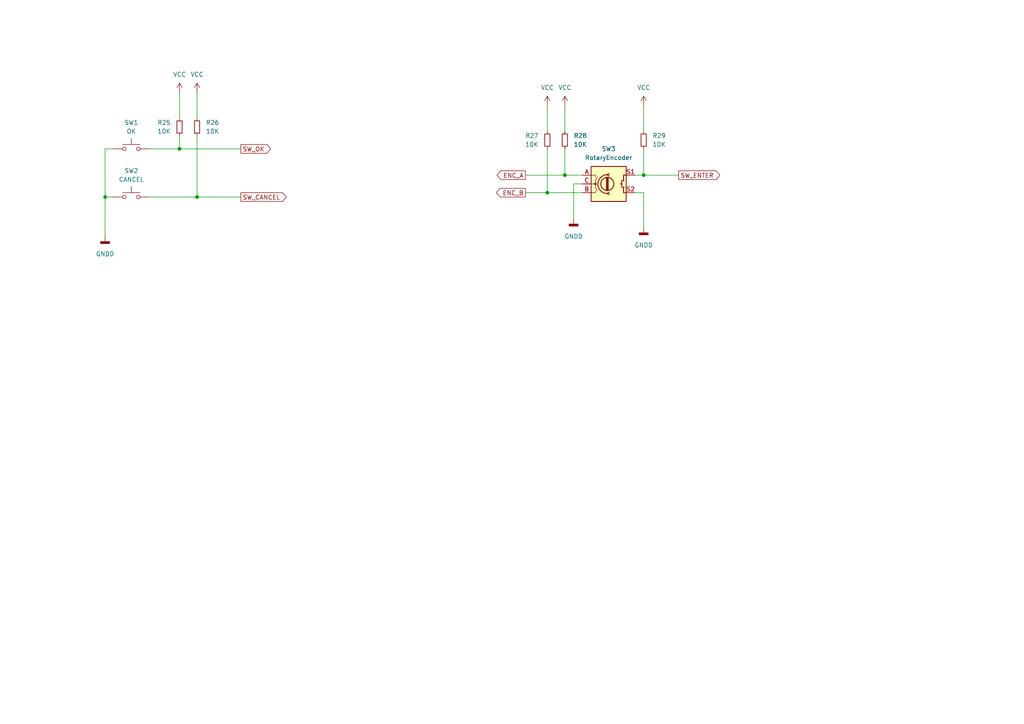
<source format=kicad_sch>
(kicad_sch
	(version 20250114)
	(generator "eeschema")
	(generator_version "9.0")
	(uuid "bac501b0-1d8b-4d84-a9b7-df348e5588fc")
	(paper "A4")
	(lib_symbols
		(symbol "Device:R_Small"
			(pin_numbers
				(hide yes)
			)
			(pin_names
				(offset 0.254)
				(hide yes)
			)
			(exclude_from_sim no)
			(in_bom yes)
			(on_board yes)
			(property "Reference" "R"
				(at 0 0 90)
				(effects
					(font
						(size 1.016 1.016)
					)
				)
			)
			(property "Value" "R_Small"
				(at 1.778 0 90)
				(effects
					(font
						(size 1.27 1.27)
					)
				)
			)
			(property "Footprint" ""
				(at 0 0 0)
				(effects
					(font
						(size 1.27 1.27)
					)
					(hide yes)
				)
			)
			(property "Datasheet" "~"
				(at 0 0 0)
				(effects
					(font
						(size 1.27 1.27)
					)
					(hide yes)
				)
			)
			(property "Description" "Resistor, small symbol"
				(at 0 0 0)
				(effects
					(font
						(size 1.27 1.27)
					)
					(hide yes)
				)
			)
			(property "ki_keywords" "R resistor"
				(at 0 0 0)
				(effects
					(font
						(size 1.27 1.27)
					)
					(hide yes)
				)
			)
			(property "ki_fp_filters" "R_*"
				(at 0 0 0)
				(effects
					(font
						(size 1.27 1.27)
					)
					(hide yes)
				)
			)
			(symbol "R_Small_0_1"
				(rectangle
					(start -0.762 1.778)
					(end 0.762 -1.778)
					(stroke
						(width 0.2032)
						(type default)
					)
					(fill
						(type none)
					)
				)
			)
			(symbol "R_Small_1_1"
				(pin passive line
					(at 0 2.54 270)
					(length 0.762)
					(name "~"
						(effects
							(font
								(size 1.27 1.27)
							)
						)
					)
					(number "1"
						(effects
							(font
								(size 1.27 1.27)
							)
						)
					)
				)
				(pin passive line
					(at 0 -2.54 90)
					(length 0.762)
					(name "~"
						(effects
							(font
								(size 1.27 1.27)
							)
						)
					)
					(number "2"
						(effects
							(font
								(size 1.27 1.27)
							)
						)
					)
				)
			)
			(embedded_fonts no)
		)
		(symbol "Device:RotaryEncoder_Switch"
			(pin_names
				(offset 0.254)
				(hide yes)
			)
			(exclude_from_sim no)
			(in_bom yes)
			(on_board yes)
			(property "Reference" "SW"
				(at 0 6.604 0)
				(effects
					(font
						(size 1.27 1.27)
					)
				)
			)
			(property "Value" "RotaryEncoder_Switch"
				(at 0 -6.604 0)
				(effects
					(font
						(size 1.27 1.27)
					)
				)
			)
			(property "Footprint" ""
				(at -3.81 4.064 0)
				(effects
					(font
						(size 1.27 1.27)
					)
					(hide yes)
				)
			)
			(property "Datasheet" "~"
				(at 0 6.604 0)
				(effects
					(font
						(size 1.27 1.27)
					)
					(hide yes)
				)
			)
			(property "Description" "Rotary encoder, dual channel, incremental quadrate outputs, with switch"
				(at 0 0 0)
				(effects
					(font
						(size 1.27 1.27)
					)
					(hide yes)
				)
			)
			(property "ki_keywords" "rotary switch encoder switch push button"
				(at 0 0 0)
				(effects
					(font
						(size 1.27 1.27)
					)
					(hide yes)
				)
			)
			(property "ki_fp_filters" "RotaryEncoder*Switch*"
				(at 0 0 0)
				(effects
					(font
						(size 1.27 1.27)
					)
					(hide yes)
				)
			)
			(symbol "RotaryEncoder_Switch_0_1"
				(rectangle
					(start -5.08 5.08)
					(end 5.08 -5.08)
					(stroke
						(width 0.254)
						(type default)
					)
					(fill
						(type background)
					)
				)
				(polyline
					(pts
						(xy -5.08 2.54) (xy -3.81 2.54) (xy -3.81 2.032)
					)
					(stroke
						(width 0)
						(type default)
					)
					(fill
						(type none)
					)
				)
				(polyline
					(pts
						(xy -5.08 0) (xy -3.81 0) (xy -3.81 -1.016) (xy -3.302 -2.032)
					)
					(stroke
						(width 0)
						(type default)
					)
					(fill
						(type none)
					)
				)
				(polyline
					(pts
						(xy -5.08 -2.54) (xy -3.81 -2.54) (xy -3.81 -2.032)
					)
					(stroke
						(width 0)
						(type default)
					)
					(fill
						(type none)
					)
				)
				(polyline
					(pts
						(xy -4.318 0) (xy -3.81 0) (xy -3.81 1.016) (xy -3.302 2.032)
					)
					(stroke
						(width 0)
						(type default)
					)
					(fill
						(type none)
					)
				)
				(circle
					(center -3.81 0)
					(radius 0.254)
					(stroke
						(width 0)
						(type default)
					)
					(fill
						(type outline)
					)
				)
				(polyline
					(pts
						(xy -0.635 -1.778) (xy -0.635 1.778)
					)
					(stroke
						(width 0.254)
						(type default)
					)
					(fill
						(type none)
					)
				)
				(circle
					(center -0.381 0)
					(radius 1.905)
					(stroke
						(width 0.254)
						(type default)
					)
					(fill
						(type none)
					)
				)
				(polyline
					(pts
						(xy -0.381 -1.778) (xy -0.381 1.778)
					)
					(stroke
						(width 0.254)
						(type default)
					)
					(fill
						(type none)
					)
				)
				(arc
					(start -0.381 -2.794)
					(mid -3.0988 -0.0635)
					(end -0.381 2.667)
					(stroke
						(width 0.254)
						(type default)
					)
					(fill
						(type none)
					)
				)
				(polyline
					(pts
						(xy -0.127 1.778) (xy -0.127 -1.778)
					)
					(stroke
						(width 0.254)
						(type default)
					)
					(fill
						(type none)
					)
				)
				(polyline
					(pts
						(xy 0.254 2.921) (xy -0.508 2.667) (xy 0.127 2.286)
					)
					(stroke
						(width 0.254)
						(type default)
					)
					(fill
						(type none)
					)
				)
				(polyline
					(pts
						(xy 0.254 -3.048) (xy -0.508 -2.794) (xy 0.127 -2.413)
					)
					(stroke
						(width 0.254)
						(type default)
					)
					(fill
						(type none)
					)
				)
				(polyline
					(pts
						(xy 3.81 1.016) (xy 3.81 -1.016)
					)
					(stroke
						(width 0.254)
						(type default)
					)
					(fill
						(type none)
					)
				)
				(polyline
					(pts
						(xy 3.81 0) (xy 3.429 0)
					)
					(stroke
						(width 0.254)
						(type default)
					)
					(fill
						(type none)
					)
				)
				(circle
					(center 4.318 1.016)
					(radius 0.127)
					(stroke
						(width 0.254)
						(type default)
					)
					(fill
						(type none)
					)
				)
				(circle
					(center 4.318 -1.016)
					(radius 0.127)
					(stroke
						(width 0.254)
						(type default)
					)
					(fill
						(type none)
					)
				)
				(polyline
					(pts
						(xy 5.08 2.54) (xy 4.318 2.54) (xy 4.318 1.016)
					)
					(stroke
						(width 0.254)
						(type default)
					)
					(fill
						(type none)
					)
				)
				(polyline
					(pts
						(xy 5.08 -2.54) (xy 4.318 -2.54) (xy 4.318 -1.016)
					)
					(stroke
						(width 0.254)
						(type default)
					)
					(fill
						(type none)
					)
				)
			)
			(symbol "RotaryEncoder_Switch_1_1"
				(pin passive line
					(at -7.62 2.54 0)
					(length 2.54)
					(name "A"
						(effects
							(font
								(size 1.27 1.27)
							)
						)
					)
					(number "A"
						(effects
							(font
								(size 1.27 1.27)
							)
						)
					)
				)
				(pin passive line
					(at -7.62 0 0)
					(length 2.54)
					(name "C"
						(effects
							(font
								(size 1.27 1.27)
							)
						)
					)
					(number "C"
						(effects
							(font
								(size 1.27 1.27)
							)
						)
					)
				)
				(pin passive line
					(at -7.62 -2.54 0)
					(length 2.54)
					(name "B"
						(effects
							(font
								(size 1.27 1.27)
							)
						)
					)
					(number "B"
						(effects
							(font
								(size 1.27 1.27)
							)
						)
					)
				)
				(pin passive line
					(at 7.62 2.54 180)
					(length 2.54)
					(name "S1"
						(effects
							(font
								(size 1.27 1.27)
							)
						)
					)
					(number "S1"
						(effects
							(font
								(size 1.27 1.27)
							)
						)
					)
				)
				(pin passive line
					(at 7.62 -2.54 180)
					(length 2.54)
					(name "S2"
						(effects
							(font
								(size 1.27 1.27)
							)
						)
					)
					(number "S2"
						(effects
							(font
								(size 1.27 1.27)
							)
						)
					)
				)
			)
			(embedded_fonts no)
		)
		(symbol "Switch:SW_Push"
			(pin_numbers
				(hide yes)
			)
			(pin_names
				(offset 1.016)
				(hide yes)
			)
			(exclude_from_sim no)
			(in_bom yes)
			(on_board yes)
			(property "Reference" "SW"
				(at 1.27 2.54 0)
				(effects
					(font
						(size 1.27 1.27)
					)
					(justify left)
				)
			)
			(property "Value" "SW_Push"
				(at 0 -1.524 0)
				(effects
					(font
						(size 1.27 1.27)
					)
				)
			)
			(property "Footprint" ""
				(at 0 5.08 0)
				(effects
					(font
						(size 1.27 1.27)
					)
					(hide yes)
				)
			)
			(property "Datasheet" "~"
				(at 0 5.08 0)
				(effects
					(font
						(size 1.27 1.27)
					)
					(hide yes)
				)
			)
			(property "Description" "Push button switch, generic, two pins"
				(at 0 0 0)
				(effects
					(font
						(size 1.27 1.27)
					)
					(hide yes)
				)
			)
			(property "ki_keywords" "switch normally-open pushbutton push-button"
				(at 0 0 0)
				(effects
					(font
						(size 1.27 1.27)
					)
					(hide yes)
				)
			)
			(symbol "SW_Push_0_1"
				(circle
					(center -2.032 0)
					(radius 0.508)
					(stroke
						(width 0)
						(type default)
					)
					(fill
						(type none)
					)
				)
				(polyline
					(pts
						(xy 0 1.27) (xy 0 3.048)
					)
					(stroke
						(width 0)
						(type default)
					)
					(fill
						(type none)
					)
				)
				(circle
					(center 2.032 0)
					(radius 0.508)
					(stroke
						(width 0)
						(type default)
					)
					(fill
						(type none)
					)
				)
				(polyline
					(pts
						(xy 2.54 1.27) (xy -2.54 1.27)
					)
					(stroke
						(width 0)
						(type default)
					)
					(fill
						(type none)
					)
				)
				(pin passive line
					(at -5.08 0 0)
					(length 2.54)
					(name "1"
						(effects
							(font
								(size 1.27 1.27)
							)
						)
					)
					(number "1"
						(effects
							(font
								(size 1.27 1.27)
							)
						)
					)
				)
				(pin passive line
					(at 5.08 0 180)
					(length 2.54)
					(name "2"
						(effects
							(font
								(size 1.27 1.27)
							)
						)
					)
					(number "2"
						(effects
							(font
								(size 1.27 1.27)
							)
						)
					)
				)
			)
			(embedded_fonts no)
		)
		(symbol "power:GNDD"
			(power)
			(pin_numbers
				(hide yes)
			)
			(pin_names
				(offset 0)
				(hide yes)
			)
			(exclude_from_sim no)
			(in_bom yes)
			(on_board yes)
			(property "Reference" "#PWR"
				(at 0 -6.35 0)
				(effects
					(font
						(size 1.27 1.27)
					)
					(hide yes)
				)
			)
			(property "Value" "GNDD"
				(at 0 -3.175 0)
				(effects
					(font
						(size 1.27 1.27)
					)
				)
			)
			(property "Footprint" ""
				(at 0 0 0)
				(effects
					(font
						(size 1.27 1.27)
					)
					(hide yes)
				)
			)
			(property "Datasheet" ""
				(at 0 0 0)
				(effects
					(font
						(size 1.27 1.27)
					)
					(hide yes)
				)
			)
			(property "Description" "Power symbol creates a global label with name \"GNDD\" , digital ground"
				(at 0 0 0)
				(effects
					(font
						(size 1.27 1.27)
					)
					(hide yes)
				)
			)
			(property "ki_keywords" "global power"
				(at 0 0 0)
				(effects
					(font
						(size 1.27 1.27)
					)
					(hide yes)
				)
			)
			(symbol "GNDD_0_1"
				(rectangle
					(start -1.27 -1.524)
					(end 1.27 -2.032)
					(stroke
						(width 0.254)
						(type default)
					)
					(fill
						(type outline)
					)
				)
				(polyline
					(pts
						(xy 0 0) (xy 0 -1.524)
					)
					(stroke
						(width 0)
						(type default)
					)
					(fill
						(type none)
					)
				)
			)
			(symbol "GNDD_1_1"
				(pin power_in line
					(at 0 0 270)
					(length 0)
					(name "~"
						(effects
							(font
								(size 1.27 1.27)
							)
						)
					)
					(number "1"
						(effects
							(font
								(size 1.27 1.27)
							)
						)
					)
				)
			)
			(embedded_fonts no)
		)
		(symbol "power:VCC"
			(power)
			(pin_numbers
				(hide yes)
			)
			(pin_names
				(offset 0)
				(hide yes)
			)
			(exclude_from_sim no)
			(in_bom yes)
			(on_board yes)
			(property "Reference" "#PWR"
				(at 0 -3.81 0)
				(effects
					(font
						(size 1.27 1.27)
					)
					(hide yes)
				)
			)
			(property "Value" "VCC"
				(at 0 3.556 0)
				(effects
					(font
						(size 1.27 1.27)
					)
				)
			)
			(property "Footprint" ""
				(at 0 0 0)
				(effects
					(font
						(size 1.27 1.27)
					)
					(hide yes)
				)
			)
			(property "Datasheet" ""
				(at 0 0 0)
				(effects
					(font
						(size 1.27 1.27)
					)
					(hide yes)
				)
			)
			(property "Description" "Power symbol creates a global label with name \"VCC\""
				(at 0 0 0)
				(effects
					(font
						(size 1.27 1.27)
					)
					(hide yes)
				)
			)
			(property "ki_keywords" "global power"
				(at 0 0 0)
				(effects
					(font
						(size 1.27 1.27)
					)
					(hide yes)
				)
			)
			(symbol "VCC_0_1"
				(polyline
					(pts
						(xy -0.762 1.27) (xy 0 2.54)
					)
					(stroke
						(width 0)
						(type default)
					)
					(fill
						(type none)
					)
				)
				(polyline
					(pts
						(xy 0 2.54) (xy 0.762 1.27)
					)
					(stroke
						(width 0)
						(type default)
					)
					(fill
						(type none)
					)
				)
				(polyline
					(pts
						(xy 0 0) (xy 0 2.54)
					)
					(stroke
						(width 0)
						(type default)
					)
					(fill
						(type none)
					)
				)
			)
			(symbol "VCC_1_1"
				(pin power_in line
					(at 0 0 90)
					(length 0)
					(name "~"
						(effects
							(font
								(size 1.27 1.27)
							)
						)
					)
					(number "1"
						(effects
							(font
								(size 1.27 1.27)
							)
						)
					)
				)
			)
			(embedded_fonts no)
		)
	)
	(junction
		(at 163.83 50.8)
		(diameter 0)
		(color 0 0 0 0)
		(uuid "02a8de44-fd83-471e-a7e9-ea6c7cbf5259")
	)
	(junction
		(at 186.69 50.8)
		(diameter 0)
		(color 0 0 0 0)
		(uuid "671f8c3b-9eb0-4be7-bebd-1234ff540343")
	)
	(junction
		(at 30.48 57.15)
		(diameter 0)
		(color 0 0 0 0)
		(uuid "71bd0225-f59f-4ec9-8ded-3babf1ad699b")
	)
	(junction
		(at 57.15 57.15)
		(diameter 0)
		(color 0 0 0 0)
		(uuid "cf696bb3-f680-45e7-9160-1998b6f6e8c2")
	)
	(junction
		(at 158.75 55.88)
		(diameter 0)
		(color 0 0 0 0)
		(uuid "f6c3c023-adc5-4a78-80fb-406489b09578")
	)
	(junction
		(at 52.07 43.18)
		(diameter 0)
		(color 0 0 0 0)
		(uuid "fb29db9a-4985-4637-8c1f-94a32e1d592d")
	)
	(wire
		(pts
			(xy 163.83 43.18) (xy 163.83 50.8)
		)
		(stroke
			(width 0)
			(type default)
		)
		(uuid "0013f9d6-95c7-4f2d-8af7-a1bf7bbc31de")
	)
	(wire
		(pts
			(xy 152.4 50.8) (xy 163.83 50.8)
		)
		(stroke
			(width 0)
			(type default)
		)
		(uuid "04d68ea1-dcde-4319-a44e-3ec37cb928f1")
	)
	(wire
		(pts
			(xy 30.48 43.18) (xy 30.48 57.15)
		)
		(stroke
			(width 0)
			(type default)
		)
		(uuid "2bb5dc2b-ffee-4059-bbff-76e92af49e55")
	)
	(wire
		(pts
			(xy 158.75 43.18) (xy 158.75 55.88)
		)
		(stroke
			(width 0)
			(type default)
		)
		(uuid "2ec2c1a0-6c41-4294-9268-07ea502e9bd1")
	)
	(wire
		(pts
			(xy 158.75 55.88) (xy 168.91 55.88)
		)
		(stroke
			(width 0)
			(type default)
		)
		(uuid "3c171d29-248e-4bd1-af6c-15f0b53be4c3")
	)
	(wire
		(pts
			(xy 52.07 43.18) (xy 69.85 43.18)
		)
		(stroke
			(width 0)
			(type default)
		)
		(uuid "538e62ba-a1bc-4fa4-9c71-1abb8442b793")
	)
	(wire
		(pts
			(xy 57.15 57.15) (xy 57.15 39.37)
		)
		(stroke
			(width 0)
			(type default)
		)
		(uuid "57e0ceda-8376-49f3-8276-230d43dd59ac")
	)
	(wire
		(pts
			(xy 57.15 57.15) (xy 69.85 57.15)
		)
		(stroke
			(width 0)
			(type default)
		)
		(uuid "5981ae8b-9dbe-49a7-a1af-343590703060")
	)
	(wire
		(pts
			(xy 186.69 50.8) (xy 196.85 50.8)
		)
		(stroke
			(width 0)
			(type default)
		)
		(uuid "70dc91d4-8a6d-4c41-97ea-dae16ee887b8")
	)
	(wire
		(pts
			(xy 30.48 57.15) (xy 30.48 68.58)
		)
		(stroke
			(width 0)
			(type default)
		)
		(uuid "7fa5065d-8e1e-4bdd-b4d6-1025f5d84f0c")
	)
	(wire
		(pts
			(xy 158.75 30.48) (xy 158.75 38.1)
		)
		(stroke
			(width 0)
			(type default)
		)
		(uuid "8aefea03-8adb-45a9-968b-40f84feebcc7")
	)
	(wire
		(pts
			(xy 163.83 30.48) (xy 163.83 38.1)
		)
		(stroke
			(width 0)
			(type default)
		)
		(uuid "8e65d3e8-8776-45b4-8861-e870b32ae761")
	)
	(wire
		(pts
			(xy 30.48 57.15) (xy 33.02 57.15)
		)
		(stroke
			(width 0)
			(type default)
		)
		(uuid "9769bc8d-462c-4ef3-b25d-c905d67107c6")
	)
	(wire
		(pts
			(xy 163.83 50.8) (xy 168.91 50.8)
		)
		(stroke
			(width 0)
			(type default)
		)
		(uuid "9e31742b-8b25-4297-8fbe-65586c7519c3")
	)
	(wire
		(pts
			(xy 57.15 26.67) (xy 57.15 34.29)
		)
		(stroke
			(width 0)
			(type default)
		)
		(uuid "a1984f05-cb5a-4e2d-a27c-3d79213362dc")
	)
	(wire
		(pts
			(xy 43.18 43.18) (xy 52.07 43.18)
		)
		(stroke
			(width 0)
			(type default)
		)
		(uuid "a903c120-ce34-4e1d-9227-185978a2601a")
	)
	(wire
		(pts
			(xy 30.48 43.18) (xy 33.02 43.18)
		)
		(stroke
			(width 0)
			(type default)
		)
		(uuid "afe9d6a9-ab07-4ffb-9c3d-2d70414b1ea2")
	)
	(wire
		(pts
			(xy 186.69 50.8) (xy 186.69 43.18)
		)
		(stroke
			(width 0)
			(type default)
		)
		(uuid "b9b606c8-3637-48b2-a17b-736aa2e8a72a")
	)
	(wire
		(pts
			(xy 184.15 50.8) (xy 186.69 50.8)
		)
		(stroke
			(width 0)
			(type default)
		)
		(uuid "b9e24537-701a-468e-9ec1-749d4984f8a3")
	)
	(wire
		(pts
			(xy 168.91 53.34) (xy 166.37 53.34)
		)
		(stroke
			(width 0)
			(type default)
		)
		(uuid "c649559f-41df-4b35-a159-31b683a515e8")
	)
	(wire
		(pts
			(xy 186.69 66.04) (xy 186.69 55.88)
		)
		(stroke
			(width 0)
			(type default)
		)
		(uuid "c6cc036f-a91e-4ffb-851b-8a5bc4bd0892")
	)
	(wire
		(pts
			(xy 184.15 55.88) (xy 186.69 55.88)
		)
		(stroke
			(width 0)
			(type default)
		)
		(uuid "d65620fb-edb6-4e92-b303-00094bdf3fa1")
	)
	(wire
		(pts
			(xy 52.07 26.67) (xy 52.07 34.29)
		)
		(stroke
			(width 0)
			(type default)
		)
		(uuid "d718dc7c-5641-45b4-975c-d074d9f8cdf5")
	)
	(wire
		(pts
			(xy 166.37 63.5) (xy 166.37 53.34)
		)
		(stroke
			(width 0)
			(type default)
		)
		(uuid "d803af20-2844-4df9-ac06-676c6ed4fef2")
	)
	(wire
		(pts
			(xy 43.18 57.15) (xy 57.15 57.15)
		)
		(stroke
			(width 0)
			(type default)
		)
		(uuid "da14af31-51b2-4198-aa0b-e866802327c3")
	)
	(wire
		(pts
			(xy 186.69 30.48) (xy 186.69 38.1)
		)
		(stroke
			(width 0)
			(type default)
		)
		(uuid "e195ce17-b6f1-4c93-94fe-37ad1b97123c")
	)
	(wire
		(pts
			(xy 152.4 55.88) (xy 158.75 55.88)
		)
		(stroke
			(width 0)
			(type default)
		)
		(uuid "e710275e-ee1a-4f66-9a0c-148da19e281b")
	)
	(wire
		(pts
			(xy 52.07 43.18) (xy 52.07 39.37)
		)
		(stroke
			(width 0)
			(type default)
		)
		(uuid "ffae9bec-c53e-4d5b-a785-42e0287e7dc6")
	)
	(global_label "SW_OK"
		(shape output)
		(at 69.85 43.18 0)
		(fields_autoplaced yes)
		(effects
			(font
				(size 1.27 1.27)
			)
			(justify left)
		)
		(uuid "591c6b18-289f-4035-8151-b65efaf340eb")
		(property "Intersheetrefs" "${INTERSHEET_REFS}"
			(at 78.4921 43.1006 0)
			(effects
				(font
					(size 1.27 1.27)
				)
				(justify left)
				(hide yes)
			)
		)
	)
	(global_label "ENC_B"
		(shape output)
		(at 152.4 55.88 180)
		(fields_autoplaced yes)
		(effects
			(font
				(size 1.27 1.27)
			)
			(justify right)
		)
		(uuid "6bdcd896-95d7-494e-beb3-8096d44a5a00")
		(property "Intersheetrefs" "${INTERSHEET_REFS}"
			(at 143.9998 55.9594 0)
			(effects
				(font
					(size 1.27 1.27)
				)
				(justify right)
				(hide yes)
			)
		)
	)
	(global_label "SW_ENTER"
		(shape output)
		(at 196.85 50.8 0)
		(fields_autoplaced yes)
		(effects
			(font
				(size 1.27 1.27)
			)
			(justify left)
		)
		(uuid "cfd2be96-7814-4129-9a94-29374ca86ad5")
		(property "Intersheetrefs" "${INTERSHEET_REFS}"
			(at 208.7579 50.7206 0)
			(effects
				(font
					(size 1.27 1.27)
				)
				(justify left)
				(hide yes)
			)
		)
	)
	(global_label "ENC_A"
		(shape output)
		(at 152.4 50.8 180)
		(fields_autoplaced yes)
		(effects
			(font
				(size 1.27 1.27)
			)
			(justify right)
		)
		(uuid "d65290ff-abb0-4a8e-b5cc-9cb3a49e49b6")
		(property "Intersheetrefs" "${INTERSHEET_REFS}"
			(at 144.1812 50.8794 0)
			(effects
				(font
					(size 1.27 1.27)
				)
				(justify right)
				(hide yes)
			)
		)
	)
	(global_label "SW_CANCEL"
		(shape output)
		(at 69.85 57.15 0)
		(fields_autoplaced yes)
		(effects
			(font
				(size 1.27 1.27)
			)
			(justify left)
		)
		(uuid "eca72df3-1725-4c88-a3e1-ce7699a91668")
		(property "Intersheetrefs" "${INTERSHEET_REFS}"
			(at 83.0279 57.0706 0)
			(effects
				(font
					(size 1.27 1.27)
				)
				(justify left)
				(hide yes)
			)
		)
	)
	(symbol
		(lib_id "Switch:SW_Push")
		(at 38.1 57.15 0)
		(mirror y)
		(unit 1)
		(exclude_from_sim no)
		(in_bom yes)
		(on_board yes)
		(dnp no)
		(fields_autoplaced yes)
		(uuid "0868b8bb-a98e-425d-8f8a-9f9c3f67f93e")
		(property "Reference" "SW2"
			(at 38.1 49.53 0)
			(effects
				(font
					(size 1.27 1.27)
				)
			)
		)
		(property "Value" "CANCEL"
			(at 38.1 52.07 0)
			(effects
				(font
					(size 1.27 1.27)
				)
			)
		)
		(property "Footprint" "Button_Switch_THT:SW_PUSH_6mm"
			(at 38.1 52.07 0)
			(effects
				(font
					(size 1.27 1.27)
				)
				(hide yes)
			)
		)
		(property "Datasheet" "~"
			(at 38.1 52.07 0)
			(effects
				(font
					(size 1.27 1.27)
				)
				(hide yes)
			)
		)
		(property "Description" ""
			(at 38.1 57.15 0)
			(effects
				(font
					(size 1.27 1.27)
				)
			)
		)
		(pin "1"
			(uuid "6957ebd6-48f6-4a9e-a6b4-92486762b2b2")
		)
		(pin "2"
			(uuid "0ecb5d7c-850c-4c3e-99c9-cef0a0d57dbf")
		)
		(instances
			(project ""
				(path "/679cfdcb-a9ce-49f0-a1cd-1c31c6cbb73b/cff27261-428b-4594-86ee-83038e979fb4"
					(reference "SW2")
					(unit 1)
				)
			)
		)
	)
	(symbol
		(lib_id "power:VCC")
		(at 57.15 26.67 0)
		(unit 1)
		(exclude_from_sim no)
		(in_bom yes)
		(on_board yes)
		(dnp no)
		(fields_autoplaced yes)
		(uuid "13a2313a-5ec1-4ae9-8870-84e4394f2951")
		(property "Reference" "#PWR016"
			(at 57.15 30.48 0)
			(effects
				(font
					(size 1.27 1.27)
				)
				(hide yes)
			)
		)
		(property "Value" "VCC"
			(at 57.15 21.59 0)
			(effects
				(font
					(size 1.27 1.27)
				)
			)
		)
		(property "Footprint" ""
			(at 57.15 26.67 0)
			(effects
				(font
					(size 1.27 1.27)
				)
				(hide yes)
			)
		)
		(property "Datasheet" ""
			(at 57.15 26.67 0)
			(effects
				(font
					(size 1.27 1.27)
				)
				(hide yes)
			)
		)
		(property "Description" "Power symbol creates a global label with name \"VCC\""
			(at 57.15 26.67 0)
			(effects
				(font
					(size 1.27 1.27)
				)
				(hide yes)
			)
		)
		(pin "1"
			(uuid "043cb5e1-b9a3-4923-ac3d-8220ddb34ea1")
		)
		(instances
			(project ""
				(path "/679cfdcb-a9ce-49f0-a1cd-1c31c6cbb73b/cff27261-428b-4594-86ee-83038e979fb4"
					(reference "#PWR016")
					(unit 1)
				)
			)
		)
	)
	(symbol
		(lib_id "power:VCC")
		(at 158.75 30.48 0)
		(unit 1)
		(exclude_from_sim no)
		(in_bom yes)
		(on_board yes)
		(dnp no)
		(fields_autoplaced yes)
		(uuid "18c7ffd7-f316-45e3-9401-899b65de159d")
		(property "Reference" "#PWR017"
			(at 158.75 34.29 0)
			(effects
				(font
					(size 1.27 1.27)
				)
				(hide yes)
			)
		)
		(property "Value" "VCC"
			(at 158.75 25.4 0)
			(effects
				(font
					(size 1.27 1.27)
				)
			)
		)
		(property "Footprint" ""
			(at 158.75 30.48 0)
			(effects
				(font
					(size 1.27 1.27)
				)
				(hide yes)
			)
		)
		(property "Datasheet" ""
			(at 158.75 30.48 0)
			(effects
				(font
					(size 1.27 1.27)
				)
				(hide yes)
			)
		)
		(property "Description" "Power symbol creates a global label with name \"VCC\""
			(at 158.75 30.48 0)
			(effects
				(font
					(size 1.27 1.27)
				)
				(hide yes)
			)
		)
		(pin "1"
			(uuid "9b6d90d5-5892-499c-8f22-fb5b8eb4ece5")
		)
		(instances
			(project ""
				(path "/679cfdcb-a9ce-49f0-a1cd-1c31c6cbb73b/cff27261-428b-4594-86ee-83038e979fb4"
					(reference "#PWR017")
					(unit 1)
				)
			)
		)
	)
	(symbol
		(lib_id "power:GNDD")
		(at 186.69 66.04 0)
		(unit 1)
		(exclude_from_sim no)
		(in_bom yes)
		(on_board yes)
		(dnp no)
		(fields_autoplaced yes)
		(uuid "1c001243-570d-430d-beb5-b5091b7569b3")
		(property "Reference" "#PWR021"
			(at 186.69 72.39 0)
			(effects
				(font
					(size 1.27 1.27)
				)
				(hide yes)
			)
		)
		(property "Value" "GNDD"
			(at 186.69 71.12 0)
			(effects
				(font
					(size 1.27 1.27)
				)
			)
		)
		(property "Footprint" ""
			(at 186.69 66.04 0)
			(effects
				(font
					(size 1.27 1.27)
				)
				(hide yes)
			)
		)
		(property "Datasheet" ""
			(at 186.69 66.04 0)
			(effects
				(font
					(size 1.27 1.27)
				)
				(hide yes)
			)
		)
		(property "Description" "Power symbol creates a global label with name \"GNDD\" , digital ground"
			(at 186.69 66.04 0)
			(effects
				(font
					(size 1.27 1.27)
				)
				(hide yes)
			)
		)
		(pin "1"
			(uuid "bb9ee38c-e24f-4ae4-9855-b3a23137ae32")
		)
		(instances
			(project ""
				(path "/679cfdcb-a9ce-49f0-a1cd-1c31c6cbb73b/cff27261-428b-4594-86ee-83038e979fb4"
					(reference "#PWR021")
					(unit 1)
				)
			)
		)
	)
	(symbol
		(lib_id "power:VCC")
		(at 52.07 26.67 0)
		(unit 1)
		(exclude_from_sim no)
		(in_bom yes)
		(on_board yes)
		(dnp no)
		(fields_autoplaced yes)
		(uuid "1c6a5cf0-f72c-495e-bd10-7574860b8e25")
		(property "Reference" "#PWR015"
			(at 52.07 30.48 0)
			(effects
				(font
					(size 1.27 1.27)
				)
				(hide yes)
			)
		)
		(property "Value" "VCC"
			(at 52.07 21.59 0)
			(effects
				(font
					(size 1.27 1.27)
				)
			)
		)
		(property "Footprint" ""
			(at 52.07 26.67 0)
			(effects
				(font
					(size 1.27 1.27)
				)
				(hide yes)
			)
		)
		(property "Datasheet" ""
			(at 52.07 26.67 0)
			(effects
				(font
					(size 1.27 1.27)
				)
				(hide yes)
			)
		)
		(property "Description" "Power symbol creates a global label with name \"VCC\""
			(at 52.07 26.67 0)
			(effects
				(font
					(size 1.27 1.27)
				)
				(hide yes)
			)
		)
		(pin "1"
			(uuid "54d37d52-39d6-4772-b545-8e1cf04760ca")
		)
		(instances
			(project ""
				(path "/679cfdcb-a9ce-49f0-a1cd-1c31c6cbb73b/cff27261-428b-4594-86ee-83038e979fb4"
					(reference "#PWR015")
					(unit 1)
				)
			)
		)
	)
	(symbol
		(lib_id "Device:R_Small")
		(at 52.07 36.83 180)
		(unit 1)
		(exclude_from_sim no)
		(in_bom yes)
		(on_board yes)
		(dnp no)
		(fields_autoplaced yes)
		(uuid "23f95895-5626-4229-b080-8483cc5da849")
		(property "Reference" "R25"
			(at 49.53 35.5599 0)
			(effects
				(font
					(size 1.27 1.27)
				)
				(justify left)
			)
		)
		(property "Value" "10K"
			(at 49.53 38.0999 0)
			(effects
				(font
					(size 1.27 1.27)
				)
				(justify left)
			)
		)
		(property "Footprint" "Resistor_SMD:R_0805_2012Metric"
			(at 52.07 36.83 0)
			(effects
				(font
					(size 1.27 1.27)
				)
				(hide yes)
			)
		)
		(property "Datasheet" "~"
			(at 52.07 36.83 0)
			(effects
				(font
					(size 1.27 1.27)
				)
				(hide yes)
			)
		)
		(property "Description" "Resistor, small symbol"
			(at 52.07 36.83 0)
			(effects
				(font
					(size 1.27 1.27)
				)
				(hide yes)
			)
		)
		(pin "1"
			(uuid "48489c93-cdad-452c-99f9-eea50c751b14")
		)
		(pin "2"
			(uuid "9e4a6e68-4e42-43bd-8b76-9425bb19b267")
		)
		(instances
			(project ""
				(path "/679cfdcb-a9ce-49f0-a1cd-1c31c6cbb73b/cff27261-428b-4594-86ee-83038e979fb4"
					(reference "R25")
					(unit 1)
				)
			)
		)
	)
	(symbol
		(lib_id "Device:R_Small")
		(at 186.69 40.64 180)
		(unit 1)
		(exclude_from_sim no)
		(in_bom yes)
		(on_board yes)
		(dnp no)
		(fields_autoplaced yes)
		(uuid "309a0f6d-973f-4754-87e7-8ea107a9659f")
		(property "Reference" "R29"
			(at 189.23 39.3699 0)
			(effects
				(font
					(size 1.27 1.27)
				)
				(justify right)
			)
		)
		(property "Value" "10K"
			(at 189.23 41.9099 0)
			(effects
				(font
					(size 1.27 1.27)
				)
				(justify right)
			)
		)
		(property "Footprint" "Resistor_SMD:R_0805_2012Metric"
			(at 186.69 40.64 0)
			(effects
				(font
					(size 1.27 1.27)
				)
				(hide yes)
			)
		)
		(property "Datasheet" "~"
			(at 186.69 40.64 0)
			(effects
				(font
					(size 1.27 1.27)
				)
				(hide yes)
			)
		)
		(property "Description" "Resistor, small symbol"
			(at 186.69 40.64 0)
			(effects
				(font
					(size 1.27 1.27)
				)
				(hide yes)
			)
		)
		(pin "1"
			(uuid "f3d08499-939e-4869-add3-edb30e69ab5e")
		)
		(pin "2"
			(uuid "f6e19d30-9bc2-4484-8c64-801bad148a2f")
		)
		(instances
			(project ""
				(path "/679cfdcb-a9ce-49f0-a1cd-1c31c6cbb73b/cff27261-428b-4594-86ee-83038e979fb4"
					(reference "R29")
					(unit 1)
				)
			)
		)
	)
	(symbol
		(lib_id "Device:R_Small")
		(at 57.15 36.83 180)
		(unit 1)
		(exclude_from_sim no)
		(in_bom yes)
		(on_board yes)
		(dnp no)
		(fields_autoplaced yes)
		(uuid "41e5b6eb-5230-47f2-ad7c-bcd6e9226da3")
		(property "Reference" "R26"
			(at 59.69 35.5599 0)
			(effects
				(font
					(size 1.27 1.27)
				)
				(justify right)
			)
		)
		(property "Value" "10K"
			(at 59.69 38.0999 0)
			(effects
				(font
					(size 1.27 1.27)
				)
				(justify right)
			)
		)
		(property "Footprint" "Resistor_SMD:R_0805_2012Metric"
			(at 57.15 36.83 0)
			(effects
				(font
					(size 1.27 1.27)
				)
				(hide yes)
			)
		)
		(property "Datasheet" "~"
			(at 57.15 36.83 0)
			(effects
				(font
					(size 1.27 1.27)
				)
				(hide yes)
			)
		)
		(property "Description" "Resistor, small symbol"
			(at 57.15 36.83 0)
			(effects
				(font
					(size 1.27 1.27)
				)
				(hide yes)
			)
		)
		(pin "1"
			(uuid "219974da-3327-4c6b-b199-61ddda291baf")
		)
		(pin "2"
			(uuid "13a19f6a-df1f-4e63-a2a5-5ed8f3915611")
		)
		(instances
			(project ""
				(path "/679cfdcb-a9ce-49f0-a1cd-1c31c6cbb73b/cff27261-428b-4594-86ee-83038e979fb4"
					(reference "R26")
					(unit 1)
				)
			)
		)
	)
	(symbol
		(lib_id "Device:R_Small")
		(at 163.83 40.64 180)
		(unit 1)
		(exclude_from_sim no)
		(in_bom yes)
		(on_board yes)
		(dnp no)
		(fields_autoplaced yes)
		(uuid "7523f316-f3f2-41e9-b4ea-274295291a79")
		(property "Reference" "R28"
			(at 166.37 39.3699 0)
			(effects
				(font
					(size 1.27 1.27)
				)
				(justify right)
			)
		)
		(property "Value" "10K"
			(at 166.37 41.9099 0)
			(effects
				(font
					(size 1.27 1.27)
				)
				(justify right)
			)
		)
		(property "Footprint" "Resistor_SMD:R_0805_2012Metric"
			(at 163.83 40.64 0)
			(effects
				(font
					(size 1.27 1.27)
				)
				(hide yes)
			)
		)
		(property "Datasheet" "~"
			(at 163.83 40.64 0)
			(effects
				(font
					(size 1.27 1.27)
				)
				(hide yes)
			)
		)
		(property "Description" "Resistor, small symbol"
			(at 163.83 40.64 0)
			(effects
				(font
					(size 1.27 1.27)
				)
				(hide yes)
			)
		)
		(pin "1"
			(uuid "f2485ea9-82f5-4ee2-a474-2d9708ba4fb1")
		)
		(pin "2"
			(uuid "b869fc6b-af37-4160-90f9-067332371168")
		)
		(instances
			(project ""
				(path "/679cfdcb-a9ce-49f0-a1cd-1c31c6cbb73b/cff27261-428b-4594-86ee-83038e979fb4"
					(reference "R28")
					(unit 1)
				)
			)
		)
	)
	(symbol
		(lib_id "Switch:SW_Push")
		(at 38.1 43.18 0)
		(mirror y)
		(unit 1)
		(exclude_from_sim no)
		(in_bom yes)
		(on_board yes)
		(dnp no)
		(fields_autoplaced yes)
		(uuid "b402cdeb-fe40-483e-b91a-11600108d2ef")
		(property "Reference" "SW1"
			(at 38.1 35.56 0)
			(effects
				(font
					(size 1.27 1.27)
				)
			)
		)
		(property "Value" "OK"
			(at 38.1 38.1 0)
			(effects
				(font
					(size 1.27 1.27)
				)
			)
		)
		(property "Footprint" "Button_Switch_THT:SW_PUSH_6mm"
			(at 38.1 38.1 0)
			(effects
				(font
					(size 1.27 1.27)
				)
				(hide yes)
			)
		)
		(property "Datasheet" "~"
			(at 38.1 38.1 0)
			(effects
				(font
					(size 1.27 1.27)
				)
				(hide yes)
			)
		)
		(property "Description" ""
			(at 38.1 43.18 0)
			(effects
				(font
					(size 1.27 1.27)
				)
			)
		)
		(pin "1"
			(uuid "5ab874af-77e9-4840-b8fe-8303474a907b")
		)
		(pin "2"
			(uuid "5551a41c-b618-4f2d-9977-4038b46e725a")
		)
		(instances
			(project ""
				(path "/679cfdcb-a9ce-49f0-a1cd-1c31c6cbb73b/cff27261-428b-4594-86ee-83038e979fb4"
					(reference "SW1")
					(unit 1)
				)
			)
		)
	)
	(symbol
		(lib_id "power:GNDD")
		(at 30.48 68.58 0)
		(mirror y)
		(unit 1)
		(exclude_from_sim no)
		(in_bom yes)
		(on_board yes)
		(dnp no)
		(fields_autoplaced yes)
		(uuid "b4bcf954-c251-40c5-891f-c0151bf691c7")
		(property "Reference" "#PWR014"
			(at 30.48 74.93 0)
			(effects
				(font
					(size 1.27 1.27)
				)
				(hide yes)
			)
		)
		(property "Value" "GNDD"
			(at 30.48 73.66 0)
			(effects
				(font
					(size 1.27 1.27)
				)
			)
		)
		(property "Footprint" ""
			(at 30.48 68.58 0)
			(effects
				(font
					(size 1.27 1.27)
				)
				(hide yes)
			)
		)
		(property "Datasheet" ""
			(at 30.48 68.58 0)
			(effects
				(font
					(size 1.27 1.27)
				)
				(hide yes)
			)
		)
		(property "Description" "Power symbol creates a global label with name \"GNDD\" , digital ground"
			(at 30.48 68.58 0)
			(effects
				(font
					(size 1.27 1.27)
				)
				(hide yes)
			)
		)
		(pin "1"
			(uuid "79223cc0-e534-4af1-9316-e7677dec4d7b")
		)
		(instances
			(project ""
				(path "/679cfdcb-a9ce-49f0-a1cd-1c31c6cbb73b/cff27261-428b-4594-86ee-83038e979fb4"
					(reference "#PWR014")
					(unit 1)
				)
			)
		)
	)
	(symbol
		(lib_id "power:GNDD")
		(at 166.37 63.5 0)
		(mirror y)
		(unit 1)
		(exclude_from_sim no)
		(in_bom yes)
		(on_board yes)
		(dnp no)
		(fields_autoplaced yes)
		(uuid "bf2a0f8d-7bd2-401e-8e01-6dc2d6c086df")
		(property "Reference" "#PWR019"
			(at 166.37 69.85 0)
			(effects
				(font
					(size 1.27 1.27)
				)
				(hide yes)
			)
		)
		(property "Value" "GNDD"
			(at 166.37 68.58 0)
			(effects
				(font
					(size 1.27 1.27)
				)
			)
		)
		(property "Footprint" ""
			(at 166.37 63.5 0)
			(effects
				(font
					(size 1.27 1.27)
				)
				(hide yes)
			)
		)
		(property "Datasheet" ""
			(at 166.37 63.5 0)
			(effects
				(font
					(size 1.27 1.27)
				)
				(hide yes)
			)
		)
		(property "Description" "Power symbol creates a global label with name \"GNDD\" , digital ground"
			(at 166.37 63.5 0)
			(effects
				(font
					(size 1.27 1.27)
				)
				(hide yes)
			)
		)
		(pin "1"
			(uuid "d931e15d-d99f-445f-bf05-6b89a2266ab7")
		)
		(instances
			(project ""
				(path "/679cfdcb-a9ce-49f0-a1cd-1c31c6cbb73b/cff27261-428b-4594-86ee-83038e979fb4"
					(reference "#PWR019")
					(unit 1)
				)
			)
		)
	)
	(symbol
		(lib_id "Device:RotaryEncoder_Switch")
		(at 176.53 53.34 0)
		(unit 1)
		(exclude_from_sim no)
		(in_bom yes)
		(on_board yes)
		(dnp no)
		(fields_autoplaced yes)
		(uuid "d946eecf-33a6-4446-8b3d-a0de81816d9f")
		(property "Reference" "SW3"
			(at 176.53 43.18 0)
			(effects
				(font
					(size 1.27 1.27)
				)
			)
		)
		(property "Value" "RotaryEncoder"
			(at 176.53 45.72 0)
			(effects
				(font
					(size 1.27 1.27)
				)
			)
		)
		(property "Footprint" "Rotary_Encoder:RotaryEncoder_Alps_EC11E-Switch_Vertical_H20mm"
			(at 172.72 49.276 0)
			(effects
				(font
					(size 1.27 1.27)
				)
				(hide yes)
			)
		)
		(property "Datasheet" "~"
			(at 176.53 46.736 0)
			(effects
				(font
					(size 1.27 1.27)
				)
				(hide yes)
			)
		)
		(property "Description" "Rotary encoder, dual channel, incremental quadrate outputs, with switch"
			(at 176.53 53.34 0)
			(effects
				(font
					(size 1.27 1.27)
				)
				(hide yes)
			)
		)
		(pin "A"
			(uuid "e5c80b3f-1dad-467c-92e1-e539bfcfaf92")
		)
		(pin "B"
			(uuid "15541b48-0993-419c-bd76-ff824097607c")
		)
		(pin "C"
			(uuid "ac55c314-d87f-49c5-8915-436f12c91a0c")
		)
		(pin "S1"
			(uuid "bf051daf-810a-4c25-8168-125dcb05482a")
		)
		(pin "S2"
			(uuid "414d4788-e941-426f-8c39-d098b591a42c")
		)
		(instances
			(project ""
				(path "/679cfdcb-a9ce-49f0-a1cd-1c31c6cbb73b/cff27261-428b-4594-86ee-83038e979fb4"
					(reference "SW3")
					(unit 1)
				)
			)
		)
	)
	(symbol
		(lib_id "power:VCC")
		(at 186.69 30.48 0)
		(unit 1)
		(exclude_from_sim no)
		(in_bom yes)
		(on_board yes)
		(dnp no)
		(fields_autoplaced yes)
		(uuid "d986d5c9-7fb4-4b5e-9677-75146e2fc6a7")
		(property "Reference" "#PWR020"
			(at 186.69 34.29 0)
			(effects
				(font
					(size 1.27 1.27)
				)
				(hide yes)
			)
		)
		(property "Value" "VCC"
			(at 186.69 25.4 0)
			(effects
				(font
					(size 1.27 1.27)
				)
			)
		)
		(property "Footprint" ""
			(at 186.69 30.48 0)
			(effects
				(font
					(size 1.27 1.27)
				)
				(hide yes)
			)
		)
		(property "Datasheet" ""
			(at 186.69 30.48 0)
			(effects
				(font
					(size 1.27 1.27)
				)
				(hide yes)
			)
		)
		(property "Description" "Power symbol creates a global label with name \"VCC\""
			(at 186.69 30.48 0)
			(effects
				(font
					(size 1.27 1.27)
				)
				(hide yes)
			)
		)
		(pin "1"
			(uuid "b32c8f0b-16d6-4b73-b05b-bbb5d8b60819")
		)
		(instances
			(project ""
				(path "/679cfdcb-a9ce-49f0-a1cd-1c31c6cbb73b/cff27261-428b-4594-86ee-83038e979fb4"
					(reference "#PWR020")
					(unit 1)
				)
			)
		)
	)
	(symbol
		(lib_id "Device:R_Small")
		(at 158.75 40.64 180)
		(unit 1)
		(exclude_from_sim no)
		(in_bom yes)
		(on_board yes)
		(dnp no)
		(fields_autoplaced yes)
		(uuid "da41a2e8-3093-46a2-9dc3-8bbd3d670faf")
		(property "Reference" "R27"
			(at 156.21 39.3699 0)
			(effects
				(font
					(size 1.27 1.27)
				)
				(justify left)
			)
		)
		(property "Value" "10K"
			(at 156.21 41.9099 0)
			(effects
				(font
					(size 1.27 1.27)
				)
				(justify left)
			)
		)
		(property "Footprint" "Resistor_SMD:R_0805_2012Metric"
			(at 158.75 40.64 0)
			(effects
				(font
					(size 1.27 1.27)
				)
				(hide yes)
			)
		)
		(property "Datasheet" "~"
			(at 158.75 40.64 0)
			(effects
				(font
					(size 1.27 1.27)
				)
				(hide yes)
			)
		)
		(property "Description" "Resistor, small symbol"
			(at 158.75 40.64 0)
			(effects
				(font
					(size 1.27 1.27)
				)
				(hide yes)
			)
		)
		(pin "1"
			(uuid "ad9e09d7-2762-4691-a104-6dc117f9a1d0")
		)
		(pin "2"
			(uuid "101c162e-62db-4af2-9c29-a4e0099e724e")
		)
		(instances
			(project ""
				(path "/679cfdcb-a9ce-49f0-a1cd-1c31c6cbb73b/cff27261-428b-4594-86ee-83038e979fb4"
					(reference "R27")
					(unit 1)
				)
			)
		)
	)
	(symbol
		(lib_id "power:VCC")
		(at 163.83 30.48 0)
		(unit 1)
		(exclude_from_sim no)
		(in_bom yes)
		(on_board yes)
		(dnp no)
		(fields_autoplaced yes)
		(uuid "e541cfd6-f775-45a7-8735-f271108ab5f2")
		(property "Reference" "#PWR018"
			(at 163.83 34.29 0)
			(effects
				(font
					(size 1.27 1.27)
				)
				(hide yes)
			)
		)
		(property "Value" "VCC"
			(at 163.83 25.4 0)
			(effects
				(font
					(size 1.27 1.27)
				)
			)
		)
		(property "Footprint" ""
			(at 163.83 30.48 0)
			(effects
				(font
					(size 1.27 1.27)
				)
				(hide yes)
			)
		)
		(property "Datasheet" ""
			(at 163.83 30.48 0)
			(effects
				(font
					(size 1.27 1.27)
				)
				(hide yes)
			)
		)
		(property "Description" "Power symbol creates a global label with name \"VCC\""
			(at 163.83 30.48 0)
			(effects
				(font
					(size 1.27 1.27)
				)
				(hide yes)
			)
		)
		(pin "1"
			(uuid "f8a78562-8068-418d-84e5-0d62d63aece7")
		)
		(instances
			(project ""
				(path "/679cfdcb-a9ce-49f0-a1cd-1c31c6cbb73b/cff27261-428b-4594-86ee-83038e979fb4"
					(reference "#PWR018")
					(unit 1)
				)
			)
		)
	)
)

</source>
